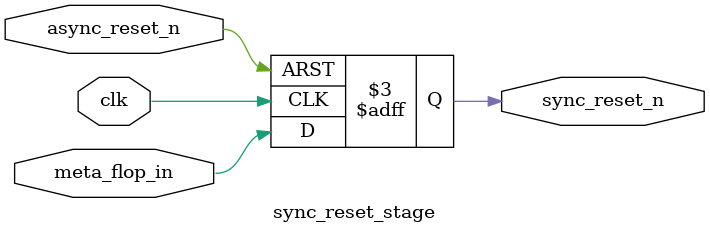
<source format=sv>
module basic_reset_sync (
    input  wire clk,
    input  wire async_reset_n,
    output wire sync_reset_n
);

    // Internal signals for inter-module connection
    wire meta_flop_out;

    // ---------------------------------------------------------
    // Meta-stability filter stage: First flip-flop synchronizer
    // ---------------------------------------------------------
    meta_flop_sync u_meta_flop_sync (
        .clk            (clk),
        .async_reset_n  (async_reset_n),
        .meta_flop_out  (meta_flop_out)
    );

    // ---------------------------------------------------------
    // Synchronous reset generator: Second flip-flop stage
    // ---------------------------------------------------------
    sync_reset_stage u_sync_reset_stage (
        .clk            (clk),
        .async_reset_n  (async_reset_n),
        .meta_flop_in   (meta_flop_out),
        .sync_reset_n   (sync_reset_n)
    );

endmodule

// ---------------------------------------------------------
// Module: meta_flop_sync
// Purpose: Synchronizes the asynchronous reset input using
//          the first stage flip-flop.
// ---------------------------------------------------------
module meta_flop_sync (
    input  wire clk,
    input  wire async_reset_n,
    output reg  meta_flop_out
);
    always @(posedge clk or negedge async_reset_n) begin
        if (!async_reset_n)
            meta_flop_out <= 1'b0;
        else
            meta_flop_out <= 1'b1;
    end
endmodule

// ---------------------------------------------------------
// Module: sync_reset_stage
// Purpose: Generates the synchronized reset output using the
//          second stage flip-flop.
// ---------------------------------------------------------
module sync_reset_stage (
    input  wire clk,
    input  wire async_reset_n,
    input  wire meta_flop_in,
    output reg  sync_reset_n
);
    always @(posedge clk or negedge async_reset_n) begin
        if (!async_reset_n)
            sync_reset_n <= 1'b0;
        else
            sync_reset_n <= meta_flop_in;
    end
endmodule
</source>
